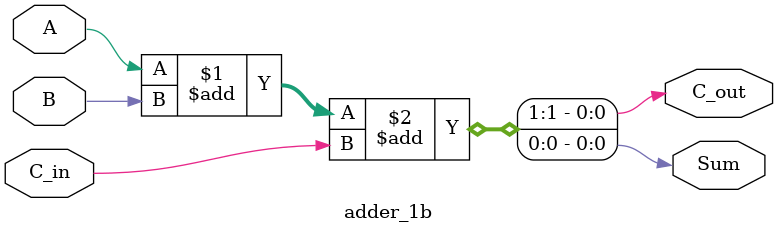
<source format=v>
module adder_1b (
  input A, B, C_in,
  output Sum, C_out
) ;

  assign {C_out, Sum} = A + B + C_in;

endmodule
</source>
